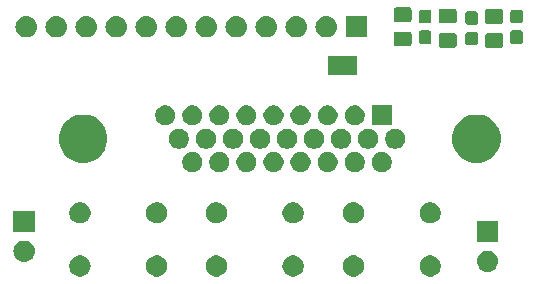
<source format=gts>
G04 #@! TF.GenerationSoftware,KiCad,Pcbnew,(5.1.0-0)*
G04 #@! TF.CreationDate,2019-04-23T20:34:44+03:00*
G04 #@! TF.ProjectId,ovms-swcan-dongle,6f766d73-2d73-4776-9361-6e2d646f6e67,rev?*
G04 #@! TF.SameCoordinates,Original*
G04 #@! TF.FileFunction,Soldermask,Top*
G04 #@! TF.FilePolarity,Negative*
%FSLAX46Y46*%
G04 Gerber Fmt 4.6, Leading zero omitted, Abs format (unit mm)*
G04 Created by KiCad (PCBNEW (5.1.0-0)) date 2019-04-23 20:34:44*
%MOMM*%
%LPD*%
G04 APERTURE LIST*
%ADD10C,0.100000*%
G04 APERTURE END LIST*
D10*
G36*
X49818912Y-34210927D02*
G01*
X49968212Y-34240624D01*
X50132184Y-34308544D01*
X50279754Y-34407147D01*
X50405253Y-34532646D01*
X50503856Y-34680216D01*
X50571776Y-34844188D01*
X50601473Y-34993488D01*
X50606400Y-35018258D01*
X50606400Y-35195742D01*
X50605674Y-35199391D01*
X50571776Y-35369812D01*
X50503856Y-35533784D01*
X50405253Y-35681354D01*
X50279754Y-35806853D01*
X50132184Y-35905456D01*
X49968212Y-35973376D01*
X49818912Y-36003073D01*
X49794142Y-36008000D01*
X49616658Y-36008000D01*
X49591888Y-36003073D01*
X49442588Y-35973376D01*
X49278616Y-35905456D01*
X49131046Y-35806853D01*
X49005547Y-35681354D01*
X48906944Y-35533784D01*
X48839024Y-35369812D01*
X48805126Y-35199391D01*
X48804400Y-35195742D01*
X48804400Y-35018258D01*
X48809327Y-34993488D01*
X48839024Y-34844188D01*
X48906944Y-34680216D01*
X49005547Y-34532646D01*
X49131046Y-34407147D01*
X49278616Y-34308544D01*
X49442588Y-34240624D01*
X49591888Y-34210927D01*
X49616658Y-34206000D01*
X49794142Y-34206000D01*
X49818912Y-34210927D01*
X49818912Y-34210927D01*
G37*
G36*
X43318912Y-34210927D02*
G01*
X43468212Y-34240624D01*
X43632184Y-34308544D01*
X43779754Y-34407147D01*
X43905253Y-34532646D01*
X44003856Y-34680216D01*
X44071776Y-34844188D01*
X44101473Y-34993488D01*
X44106400Y-35018258D01*
X44106400Y-35195742D01*
X44105674Y-35199391D01*
X44071776Y-35369812D01*
X44003856Y-35533784D01*
X43905253Y-35681354D01*
X43779754Y-35806853D01*
X43632184Y-35905456D01*
X43468212Y-35973376D01*
X43318912Y-36003073D01*
X43294142Y-36008000D01*
X43116658Y-36008000D01*
X43091888Y-36003073D01*
X42942588Y-35973376D01*
X42778616Y-35905456D01*
X42631046Y-35806853D01*
X42505547Y-35681354D01*
X42406944Y-35533784D01*
X42339024Y-35369812D01*
X42305126Y-35199391D01*
X42304400Y-35195742D01*
X42304400Y-35018258D01*
X42309327Y-34993488D01*
X42339024Y-34844188D01*
X42406944Y-34680216D01*
X42505547Y-34532646D01*
X42631046Y-34407147D01*
X42778616Y-34308544D01*
X42942588Y-34240624D01*
X43091888Y-34210927D01*
X43116658Y-34206000D01*
X43294142Y-34206000D01*
X43318912Y-34210927D01*
X43318912Y-34210927D01*
G37*
G36*
X38211112Y-34210927D02*
G01*
X38360412Y-34240624D01*
X38524384Y-34308544D01*
X38671954Y-34407147D01*
X38797453Y-34532646D01*
X38896056Y-34680216D01*
X38963976Y-34844188D01*
X38993673Y-34993488D01*
X38998600Y-35018258D01*
X38998600Y-35195742D01*
X38997874Y-35199391D01*
X38963976Y-35369812D01*
X38896056Y-35533784D01*
X38797453Y-35681354D01*
X38671954Y-35806853D01*
X38524384Y-35905456D01*
X38360412Y-35973376D01*
X38211112Y-36003073D01*
X38186342Y-36008000D01*
X38008858Y-36008000D01*
X37984088Y-36003073D01*
X37834788Y-35973376D01*
X37670816Y-35905456D01*
X37523246Y-35806853D01*
X37397747Y-35681354D01*
X37299144Y-35533784D01*
X37231224Y-35369812D01*
X37197326Y-35199391D01*
X37196600Y-35195742D01*
X37196600Y-35018258D01*
X37201527Y-34993488D01*
X37231224Y-34844188D01*
X37299144Y-34680216D01*
X37397747Y-34532646D01*
X37523246Y-34407147D01*
X37670816Y-34308544D01*
X37834788Y-34240624D01*
X37984088Y-34210927D01*
X38008858Y-34206000D01*
X38186342Y-34206000D01*
X38211112Y-34210927D01*
X38211112Y-34210927D01*
G37*
G36*
X31711112Y-34210927D02*
G01*
X31860412Y-34240624D01*
X32024384Y-34308544D01*
X32171954Y-34407147D01*
X32297453Y-34532646D01*
X32396056Y-34680216D01*
X32463976Y-34844188D01*
X32493673Y-34993488D01*
X32498600Y-35018258D01*
X32498600Y-35195742D01*
X32497874Y-35199391D01*
X32463976Y-35369812D01*
X32396056Y-35533784D01*
X32297453Y-35681354D01*
X32171954Y-35806853D01*
X32024384Y-35905456D01*
X31860412Y-35973376D01*
X31711112Y-36003073D01*
X31686342Y-36008000D01*
X31508858Y-36008000D01*
X31484088Y-36003073D01*
X31334788Y-35973376D01*
X31170816Y-35905456D01*
X31023246Y-35806853D01*
X30897747Y-35681354D01*
X30799144Y-35533784D01*
X30731224Y-35369812D01*
X30697326Y-35199391D01*
X30696600Y-35195742D01*
X30696600Y-35018258D01*
X30701527Y-34993488D01*
X30731224Y-34844188D01*
X30799144Y-34680216D01*
X30897747Y-34532646D01*
X31023246Y-34407147D01*
X31170816Y-34308544D01*
X31334788Y-34240624D01*
X31484088Y-34210927D01*
X31508858Y-34206000D01*
X31686342Y-34206000D01*
X31711112Y-34210927D01*
X31711112Y-34210927D01*
G37*
G36*
X26654112Y-34210927D02*
G01*
X26803412Y-34240624D01*
X26967384Y-34308544D01*
X27114954Y-34407147D01*
X27240453Y-34532646D01*
X27339056Y-34680216D01*
X27406976Y-34844188D01*
X27436673Y-34993488D01*
X27441600Y-35018258D01*
X27441600Y-35195742D01*
X27440874Y-35199391D01*
X27406976Y-35369812D01*
X27339056Y-35533784D01*
X27240453Y-35681354D01*
X27114954Y-35806853D01*
X26967384Y-35905456D01*
X26803412Y-35973376D01*
X26654112Y-36003073D01*
X26629342Y-36008000D01*
X26451858Y-36008000D01*
X26427088Y-36003073D01*
X26277788Y-35973376D01*
X26113816Y-35905456D01*
X25966246Y-35806853D01*
X25840747Y-35681354D01*
X25742144Y-35533784D01*
X25674224Y-35369812D01*
X25640326Y-35199391D01*
X25639600Y-35195742D01*
X25639600Y-35018258D01*
X25644527Y-34993488D01*
X25674224Y-34844188D01*
X25742144Y-34680216D01*
X25840747Y-34532646D01*
X25966246Y-34407147D01*
X26113816Y-34308544D01*
X26277788Y-34240624D01*
X26427088Y-34210927D01*
X26451858Y-34206000D01*
X26629342Y-34206000D01*
X26654112Y-34210927D01*
X26654112Y-34210927D01*
G37*
G36*
X20154112Y-34210927D02*
G01*
X20303412Y-34240624D01*
X20467384Y-34308544D01*
X20614954Y-34407147D01*
X20740453Y-34532646D01*
X20839056Y-34680216D01*
X20906976Y-34844188D01*
X20936673Y-34993488D01*
X20941600Y-35018258D01*
X20941600Y-35195742D01*
X20940874Y-35199391D01*
X20906976Y-35369812D01*
X20839056Y-35533784D01*
X20740453Y-35681354D01*
X20614954Y-35806853D01*
X20467384Y-35905456D01*
X20303412Y-35973376D01*
X20154112Y-36003073D01*
X20129342Y-36008000D01*
X19951858Y-36008000D01*
X19927088Y-36003073D01*
X19777788Y-35973376D01*
X19613816Y-35905456D01*
X19466246Y-35806853D01*
X19340747Y-35681354D01*
X19242144Y-35533784D01*
X19174224Y-35369812D01*
X19140326Y-35199391D01*
X19139600Y-35195742D01*
X19139600Y-35018258D01*
X19144527Y-34993488D01*
X19174224Y-34844188D01*
X19242144Y-34680216D01*
X19340747Y-34532646D01*
X19466246Y-34407147D01*
X19613816Y-34308544D01*
X19777788Y-34240624D01*
X19927088Y-34210927D01*
X19951858Y-34206000D01*
X20129342Y-34206000D01*
X20154112Y-34210927D01*
X20154112Y-34210927D01*
G37*
G36*
X54669642Y-33801918D02*
G01*
X54735827Y-33808437D01*
X54905666Y-33859957D01*
X55062191Y-33943622D01*
X55097929Y-33972952D01*
X55199386Y-34056214D01*
X55282648Y-34157671D01*
X55311978Y-34193409D01*
X55395643Y-34349934D01*
X55447163Y-34519773D01*
X55464559Y-34696400D01*
X55447163Y-34873027D01*
X55395643Y-35042866D01*
X55311978Y-35199391D01*
X55282648Y-35235129D01*
X55199386Y-35336586D01*
X55097929Y-35419848D01*
X55062191Y-35449178D01*
X54905666Y-35532843D01*
X54735827Y-35584363D01*
X54669642Y-35590882D01*
X54603460Y-35597400D01*
X54514940Y-35597400D01*
X54448758Y-35590882D01*
X54382573Y-35584363D01*
X54212734Y-35532843D01*
X54056209Y-35449178D01*
X54020471Y-35419848D01*
X53919014Y-35336586D01*
X53835752Y-35235129D01*
X53806422Y-35199391D01*
X53722757Y-35042866D01*
X53671237Y-34873027D01*
X53653841Y-34696400D01*
X53671237Y-34519773D01*
X53722757Y-34349934D01*
X53806422Y-34193409D01*
X53835752Y-34157671D01*
X53919014Y-34056214D01*
X54020471Y-33972952D01*
X54056209Y-33943622D01*
X54212734Y-33859957D01*
X54382573Y-33808437D01*
X54448758Y-33801918D01*
X54514940Y-33795400D01*
X54603460Y-33795400D01*
X54669642Y-33801918D01*
X54669642Y-33801918D01*
G37*
G36*
X15426643Y-32963719D02*
G01*
X15492827Y-32970237D01*
X15662666Y-33021757D01*
X15819191Y-33105422D01*
X15854929Y-33134752D01*
X15956386Y-33218014D01*
X16039648Y-33319471D01*
X16068978Y-33355209D01*
X16152643Y-33511734D01*
X16204163Y-33681573D01*
X16221559Y-33858200D01*
X16204163Y-34034827D01*
X16152643Y-34204666D01*
X16068978Y-34361191D01*
X16039648Y-34396929D01*
X15956386Y-34498386D01*
X15854929Y-34581648D01*
X15819191Y-34610978D01*
X15662666Y-34694643D01*
X15492827Y-34746163D01*
X15426642Y-34752682D01*
X15360460Y-34759200D01*
X15271940Y-34759200D01*
X15205758Y-34752682D01*
X15139573Y-34746163D01*
X14969734Y-34694643D01*
X14813209Y-34610978D01*
X14777471Y-34581648D01*
X14676014Y-34498386D01*
X14592752Y-34396929D01*
X14563422Y-34361191D01*
X14479757Y-34204666D01*
X14428237Y-34034827D01*
X14410841Y-33858200D01*
X14428237Y-33681573D01*
X14479757Y-33511734D01*
X14563422Y-33355209D01*
X14592752Y-33319471D01*
X14676014Y-33218014D01*
X14777471Y-33134752D01*
X14813209Y-33105422D01*
X14969734Y-33021757D01*
X15139573Y-32970237D01*
X15205757Y-32963719D01*
X15271940Y-32957200D01*
X15360460Y-32957200D01*
X15426643Y-32963719D01*
X15426643Y-32963719D01*
G37*
G36*
X55460200Y-33057400D02*
G01*
X53658200Y-33057400D01*
X53658200Y-31255400D01*
X55460200Y-31255400D01*
X55460200Y-33057400D01*
X55460200Y-33057400D01*
G37*
G36*
X16217200Y-32219200D02*
G01*
X14415200Y-32219200D01*
X14415200Y-30417200D01*
X16217200Y-30417200D01*
X16217200Y-32219200D01*
X16217200Y-32219200D01*
G37*
G36*
X31711112Y-29710927D02*
G01*
X31860412Y-29740624D01*
X32024384Y-29808544D01*
X32171954Y-29907147D01*
X32297453Y-30032646D01*
X32396056Y-30180216D01*
X32463976Y-30344188D01*
X32498600Y-30518259D01*
X32498600Y-30695741D01*
X32463976Y-30869812D01*
X32396056Y-31033784D01*
X32297453Y-31181354D01*
X32171954Y-31306853D01*
X32024384Y-31405456D01*
X31860412Y-31473376D01*
X31711112Y-31503073D01*
X31686342Y-31508000D01*
X31508858Y-31508000D01*
X31484088Y-31503073D01*
X31334788Y-31473376D01*
X31170816Y-31405456D01*
X31023246Y-31306853D01*
X30897747Y-31181354D01*
X30799144Y-31033784D01*
X30731224Y-30869812D01*
X30696600Y-30695741D01*
X30696600Y-30518259D01*
X30731224Y-30344188D01*
X30799144Y-30180216D01*
X30897747Y-30032646D01*
X31023246Y-29907147D01*
X31170816Y-29808544D01*
X31334788Y-29740624D01*
X31484088Y-29710927D01*
X31508858Y-29706000D01*
X31686342Y-29706000D01*
X31711112Y-29710927D01*
X31711112Y-29710927D01*
G37*
G36*
X38211112Y-29710927D02*
G01*
X38360412Y-29740624D01*
X38524384Y-29808544D01*
X38671954Y-29907147D01*
X38797453Y-30032646D01*
X38896056Y-30180216D01*
X38963976Y-30344188D01*
X38998600Y-30518259D01*
X38998600Y-30695741D01*
X38963976Y-30869812D01*
X38896056Y-31033784D01*
X38797453Y-31181354D01*
X38671954Y-31306853D01*
X38524384Y-31405456D01*
X38360412Y-31473376D01*
X38211112Y-31503073D01*
X38186342Y-31508000D01*
X38008858Y-31508000D01*
X37984088Y-31503073D01*
X37834788Y-31473376D01*
X37670816Y-31405456D01*
X37523246Y-31306853D01*
X37397747Y-31181354D01*
X37299144Y-31033784D01*
X37231224Y-30869812D01*
X37196600Y-30695741D01*
X37196600Y-30518259D01*
X37231224Y-30344188D01*
X37299144Y-30180216D01*
X37397747Y-30032646D01*
X37523246Y-29907147D01*
X37670816Y-29808544D01*
X37834788Y-29740624D01*
X37984088Y-29710927D01*
X38008858Y-29706000D01*
X38186342Y-29706000D01*
X38211112Y-29710927D01*
X38211112Y-29710927D01*
G37*
G36*
X20154112Y-29710927D02*
G01*
X20303412Y-29740624D01*
X20467384Y-29808544D01*
X20614954Y-29907147D01*
X20740453Y-30032646D01*
X20839056Y-30180216D01*
X20906976Y-30344188D01*
X20941600Y-30518259D01*
X20941600Y-30695741D01*
X20906976Y-30869812D01*
X20839056Y-31033784D01*
X20740453Y-31181354D01*
X20614954Y-31306853D01*
X20467384Y-31405456D01*
X20303412Y-31473376D01*
X20154112Y-31503073D01*
X20129342Y-31508000D01*
X19951858Y-31508000D01*
X19927088Y-31503073D01*
X19777788Y-31473376D01*
X19613816Y-31405456D01*
X19466246Y-31306853D01*
X19340747Y-31181354D01*
X19242144Y-31033784D01*
X19174224Y-30869812D01*
X19139600Y-30695741D01*
X19139600Y-30518259D01*
X19174224Y-30344188D01*
X19242144Y-30180216D01*
X19340747Y-30032646D01*
X19466246Y-29907147D01*
X19613816Y-29808544D01*
X19777788Y-29740624D01*
X19927088Y-29710927D01*
X19951858Y-29706000D01*
X20129342Y-29706000D01*
X20154112Y-29710927D01*
X20154112Y-29710927D01*
G37*
G36*
X26654112Y-29710927D02*
G01*
X26803412Y-29740624D01*
X26967384Y-29808544D01*
X27114954Y-29907147D01*
X27240453Y-30032646D01*
X27339056Y-30180216D01*
X27406976Y-30344188D01*
X27441600Y-30518259D01*
X27441600Y-30695741D01*
X27406976Y-30869812D01*
X27339056Y-31033784D01*
X27240453Y-31181354D01*
X27114954Y-31306853D01*
X26967384Y-31405456D01*
X26803412Y-31473376D01*
X26654112Y-31503073D01*
X26629342Y-31508000D01*
X26451858Y-31508000D01*
X26427088Y-31503073D01*
X26277788Y-31473376D01*
X26113816Y-31405456D01*
X25966246Y-31306853D01*
X25840747Y-31181354D01*
X25742144Y-31033784D01*
X25674224Y-30869812D01*
X25639600Y-30695741D01*
X25639600Y-30518259D01*
X25674224Y-30344188D01*
X25742144Y-30180216D01*
X25840747Y-30032646D01*
X25966246Y-29907147D01*
X26113816Y-29808544D01*
X26277788Y-29740624D01*
X26427088Y-29710927D01*
X26451858Y-29706000D01*
X26629342Y-29706000D01*
X26654112Y-29710927D01*
X26654112Y-29710927D01*
G37*
G36*
X43318912Y-29710927D02*
G01*
X43468212Y-29740624D01*
X43632184Y-29808544D01*
X43779754Y-29907147D01*
X43905253Y-30032646D01*
X44003856Y-30180216D01*
X44071776Y-30344188D01*
X44106400Y-30518259D01*
X44106400Y-30695741D01*
X44071776Y-30869812D01*
X44003856Y-31033784D01*
X43905253Y-31181354D01*
X43779754Y-31306853D01*
X43632184Y-31405456D01*
X43468212Y-31473376D01*
X43318912Y-31503073D01*
X43294142Y-31508000D01*
X43116658Y-31508000D01*
X43091888Y-31503073D01*
X42942588Y-31473376D01*
X42778616Y-31405456D01*
X42631046Y-31306853D01*
X42505547Y-31181354D01*
X42406944Y-31033784D01*
X42339024Y-30869812D01*
X42304400Y-30695741D01*
X42304400Y-30518259D01*
X42339024Y-30344188D01*
X42406944Y-30180216D01*
X42505547Y-30032646D01*
X42631046Y-29907147D01*
X42778616Y-29808544D01*
X42942588Y-29740624D01*
X43091888Y-29710927D01*
X43116658Y-29706000D01*
X43294142Y-29706000D01*
X43318912Y-29710927D01*
X43318912Y-29710927D01*
G37*
G36*
X49818912Y-29710927D02*
G01*
X49968212Y-29740624D01*
X50132184Y-29808544D01*
X50279754Y-29907147D01*
X50405253Y-30032646D01*
X50503856Y-30180216D01*
X50571776Y-30344188D01*
X50606400Y-30518259D01*
X50606400Y-30695741D01*
X50571776Y-30869812D01*
X50503856Y-31033784D01*
X50405253Y-31181354D01*
X50279754Y-31306853D01*
X50132184Y-31405456D01*
X49968212Y-31473376D01*
X49818912Y-31503073D01*
X49794142Y-31508000D01*
X49616658Y-31508000D01*
X49591888Y-31503073D01*
X49442588Y-31473376D01*
X49278616Y-31405456D01*
X49131046Y-31306853D01*
X49005547Y-31181354D01*
X48906944Y-31033784D01*
X48839024Y-30869812D01*
X48804400Y-30695741D01*
X48804400Y-30518259D01*
X48839024Y-30344188D01*
X48906944Y-30180216D01*
X49005547Y-30032646D01*
X49131046Y-29907147D01*
X49278616Y-29808544D01*
X49442588Y-29740624D01*
X49591888Y-29710927D01*
X49616658Y-29706000D01*
X49794142Y-29706000D01*
X49818912Y-29710927D01*
X49818912Y-29710927D01*
G37*
G36*
X45841228Y-25493703D02*
G01*
X45996100Y-25557853D01*
X46135481Y-25650985D01*
X46254015Y-25769519D01*
X46347147Y-25908900D01*
X46411297Y-26063772D01*
X46444000Y-26228184D01*
X46444000Y-26395816D01*
X46411297Y-26560228D01*
X46347147Y-26715100D01*
X46254015Y-26854481D01*
X46135481Y-26973015D01*
X45996100Y-27066147D01*
X45841228Y-27130297D01*
X45676816Y-27163000D01*
X45509184Y-27163000D01*
X45344772Y-27130297D01*
X45189900Y-27066147D01*
X45050519Y-26973015D01*
X44931985Y-26854481D01*
X44838853Y-26715100D01*
X44774703Y-26560228D01*
X44742000Y-26395816D01*
X44742000Y-26228184D01*
X44774703Y-26063772D01*
X44838853Y-25908900D01*
X44931985Y-25769519D01*
X45050519Y-25650985D01*
X45189900Y-25557853D01*
X45344772Y-25493703D01*
X45509184Y-25461000D01*
X45676816Y-25461000D01*
X45841228Y-25493703D01*
X45841228Y-25493703D01*
G37*
G36*
X29811228Y-25493703D02*
G01*
X29966100Y-25557853D01*
X30105481Y-25650985D01*
X30224015Y-25769519D01*
X30317147Y-25908900D01*
X30381297Y-26063772D01*
X30414000Y-26228184D01*
X30414000Y-26395816D01*
X30381297Y-26560228D01*
X30317147Y-26715100D01*
X30224015Y-26854481D01*
X30105481Y-26973015D01*
X29966100Y-27066147D01*
X29811228Y-27130297D01*
X29646816Y-27163000D01*
X29479184Y-27163000D01*
X29314772Y-27130297D01*
X29159900Y-27066147D01*
X29020519Y-26973015D01*
X28901985Y-26854481D01*
X28808853Y-26715100D01*
X28744703Y-26560228D01*
X28712000Y-26395816D01*
X28712000Y-26228184D01*
X28744703Y-26063772D01*
X28808853Y-25908900D01*
X28901985Y-25769519D01*
X29020519Y-25650985D01*
X29159900Y-25557853D01*
X29314772Y-25493703D01*
X29479184Y-25461000D01*
X29646816Y-25461000D01*
X29811228Y-25493703D01*
X29811228Y-25493703D01*
G37*
G36*
X32101228Y-25493703D02*
G01*
X32256100Y-25557853D01*
X32395481Y-25650985D01*
X32514015Y-25769519D01*
X32607147Y-25908900D01*
X32671297Y-26063772D01*
X32704000Y-26228184D01*
X32704000Y-26395816D01*
X32671297Y-26560228D01*
X32607147Y-26715100D01*
X32514015Y-26854481D01*
X32395481Y-26973015D01*
X32256100Y-27066147D01*
X32101228Y-27130297D01*
X31936816Y-27163000D01*
X31769184Y-27163000D01*
X31604772Y-27130297D01*
X31449900Y-27066147D01*
X31310519Y-26973015D01*
X31191985Y-26854481D01*
X31098853Y-26715100D01*
X31034703Y-26560228D01*
X31002000Y-26395816D01*
X31002000Y-26228184D01*
X31034703Y-26063772D01*
X31098853Y-25908900D01*
X31191985Y-25769519D01*
X31310519Y-25650985D01*
X31449900Y-25557853D01*
X31604772Y-25493703D01*
X31769184Y-25461000D01*
X31936816Y-25461000D01*
X32101228Y-25493703D01*
X32101228Y-25493703D01*
G37*
G36*
X34391228Y-25493703D02*
G01*
X34546100Y-25557853D01*
X34685481Y-25650985D01*
X34804015Y-25769519D01*
X34897147Y-25908900D01*
X34961297Y-26063772D01*
X34994000Y-26228184D01*
X34994000Y-26395816D01*
X34961297Y-26560228D01*
X34897147Y-26715100D01*
X34804015Y-26854481D01*
X34685481Y-26973015D01*
X34546100Y-27066147D01*
X34391228Y-27130297D01*
X34226816Y-27163000D01*
X34059184Y-27163000D01*
X33894772Y-27130297D01*
X33739900Y-27066147D01*
X33600519Y-26973015D01*
X33481985Y-26854481D01*
X33388853Y-26715100D01*
X33324703Y-26560228D01*
X33292000Y-26395816D01*
X33292000Y-26228184D01*
X33324703Y-26063772D01*
X33388853Y-25908900D01*
X33481985Y-25769519D01*
X33600519Y-25650985D01*
X33739900Y-25557853D01*
X33894772Y-25493703D01*
X34059184Y-25461000D01*
X34226816Y-25461000D01*
X34391228Y-25493703D01*
X34391228Y-25493703D01*
G37*
G36*
X36681228Y-25493703D02*
G01*
X36836100Y-25557853D01*
X36975481Y-25650985D01*
X37094015Y-25769519D01*
X37187147Y-25908900D01*
X37251297Y-26063772D01*
X37284000Y-26228184D01*
X37284000Y-26395816D01*
X37251297Y-26560228D01*
X37187147Y-26715100D01*
X37094015Y-26854481D01*
X36975481Y-26973015D01*
X36836100Y-27066147D01*
X36681228Y-27130297D01*
X36516816Y-27163000D01*
X36349184Y-27163000D01*
X36184772Y-27130297D01*
X36029900Y-27066147D01*
X35890519Y-26973015D01*
X35771985Y-26854481D01*
X35678853Y-26715100D01*
X35614703Y-26560228D01*
X35582000Y-26395816D01*
X35582000Y-26228184D01*
X35614703Y-26063772D01*
X35678853Y-25908900D01*
X35771985Y-25769519D01*
X35890519Y-25650985D01*
X36029900Y-25557853D01*
X36184772Y-25493703D01*
X36349184Y-25461000D01*
X36516816Y-25461000D01*
X36681228Y-25493703D01*
X36681228Y-25493703D01*
G37*
G36*
X38971228Y-25493703D02*
G01*
X39126100Y-25557853D01*
X39265481Y-25650985D01*
X39384015Y-25769519D01*
X39477147Y-25908900D01*
X39541297Y-26063772D01*
X39574000Y-26228184D01*
X39574000Y-26395816D01*
X39541297Y-26560228D01*
X39477147Y-26715100D01*
X39384015Y-26854481D01*
X39265481Y-26973015D01*
X39126100Y-27066147D01*
X38971228Y-27130297D01*
X38806816Y-27163000D01*
X38639184Y-27163000D01*
X38474772Y-27130297D01*
X38319900Y-27066147D01*
X38180519Y-26973015D01*
X38061985Y-26854481D01*
X37968853Y-26715100D01*
X37904703Y-26560228D01*
X37872000Y-26395816D01*
X37872000Y-26228184D01*
X37904703Y-26063772D01*
X37968853Y-25908900D01*
X38061985Y-25769519D01*
X38180519Y-25650985D01*
X38319900Y-25557853D01*
X38474772Y-25493703D01*
X38639184Y-25461000D01*
X38806816Y-25461000D01*
X38971228Y-25493703D01*
X38971228Y-25493703D01*
G37*
G36*
X41261228Y-25493703D02*
G01*
X41416100Y-25557853D01*
X41555481Y-25650985D01*
X41674015Y-25769519D01*
X41767147Y-25908900D01*
X41831297Y-26063772D01*
X41864000Y-26228184D01*
X41864000Y-26395816D01*
X41831297Y-26560228D01*
X41767147Y-26715100D01*
X41674015Y-26854481D01*
X41555481Y-26973015D01*
X41416100Y-27066147D01*
X41261228Y-27130297D01*
X41096816Y-27163000D01*
X40929184Y-27163000D01*
X40764772Y-27130297D01*
X40609900Y-27066147D01*
X40470519Y-26973015D01*
X40351985Y-26854481D01*
X40258853Y-26715100D01*
X40194703Y-26560228D01*
X40162000Y-26395816D01*
X40162000Y-26228184D01*
X40194703Y-26063772D01*
X40258853Y-25908900D01*
X40351985Y-25769519D01*
X40470519Y-25650985D01*
X40609900Y-25557853D01*
X40764772Y-25493703D01*
X40929184Y-25461000D01*
X41096816Y-25461000D01*
X41261228Y-25493703D01*
X41261228Y-25493703D01*
G37*
G36*
X43551228Y-25493703D02*
G01*
X43706100Y-25557853D01*
X43845481Y-25650985D01*
X43964015Y-25769519D01*
X44057147Y-25908900D01*
X44121297Y-26063772D01*
X44154000Y-26228184D01*
X44154000Y-26395816D01*
X44121297Y-26560228D01*
X44057147Y-26715100D01*
X43964015Y-26854481D01*
X43845481Y-26973015D01*
X43706100Y-27066147D01*
X43551228Y-27130297D01*
X43386816Y-27163000D01*
X43219184Y-27163000D01*
X43054772Y-27130297D01*
X42899900Y-27066147D01*
X42760519Y-26973015D01*
X42641985Y-26854481D01*
X42548853Y-26715100D01*
X42484703Y-26560228D01*
X42452000Y-26395816D01*
X42452000Y-26228184D01*
X42484703Y-26063772D01*
X42548853Y-25908900D01*
X42641985Y-25769519D01*
X42760519Y-25650985D01*
X42899900Y-25557853D01*
X43054772Y-25493703D01*
X43219184Y-25461000D01*
X43386816Y-25461000D01*
X43551228Y-25493703D01*
X43551228Y-25493703D01*
G37*
G36*
X54216254Y-22359818D02*
G01*
X54589511Y-22514426D01*
X54589513Y-22514427D01*
X54925436Y-22738884D01*
X55211116Y-23024564D01*
X55308491Y-23170295D01*
X55435574Y-23360489D01*
X55590182Y-23733746D01*
X55669000Y-24129993D01*
X55669000Y-24534007D01*
X55590182Y-24930254D01*
X55499038Y-25150295D01*
X55435573Y-25303513D01*
X55211116Y-25639436D01*
X54925436Y-25925116D01*
X54589513Y-26149573D01*
X54589512Y-26149574D01*
X54589511Y-26149574D01*
X54216254Y-26304182D01*
X53820007Y-26383000D01*
X53415993Y-26383000D01*
X53019746Y-26304182D01*
X52646489Y-26149574D01*
X52646488Y-26149574D01*
X52646487Y-26149573D01*
X52310564Y-25925116D01*
X52024884Y-25639436D01*
X51800427Y-25303513D01*
X51736962Y-25150295D01*
X51645818Y-24930254D01*
X51567000Y-24534007D01*
X51567000Y-24129993D01*
X51645818Y-23733746D01*
X51800426Y-23360489D01*
X51927510Y-23170295D01*
X52024884Y-23024564D01*
X52310564Y-22738884D01*
X52646487Y-22514427D01*
X52646489Y-22514426D01*
X53019746Y-22359818D01*
X53415993Y-22281000D01*
X53820007Y-22281000D01*
X54216254Y-22359818D01*
X54216254Y-22359818D01*
G37*
G36*
X20916254Y-22359818D02*
G01*
X21289511Y-22514426D01*
X21289513Y-22514427D01*
X21625436Y-22738884D01*
X21911116Y-23024564D01*
X22008491Y-23170295D01*
X22135574Y-23360489D01*
X22290182Y-23733746D01*
X22369000Y-24129993D01*
X22369000Y-24534007D01*
X22290182Y-24930254D01*
X22199038Y-25150295D01*
X22135573Y-25303513D01*
X21911116Y-25639436D01*
X21625436Y-25925116D01*
X21289513Y-26149573D01*
X21289512Y-26149574D01*
X21289511Y-26149574D01*
X20916254Y-26304182D01*
X20520007Y-26383000D01*
X20115993Y-26383000D01*
X19719746Y-26304182D01*
X19346489Y-26149574D01*
X19346488Y-26149574D01*
X19346487Y-26149573D01*
X19010564Y-25925116D01*
X18724884Y-25639436D01*
X18500427Y-25303513D01*
X18436962Y-25150295D01*
X18345818Y-24930254D01*
X18267000Y-24534007D01*
X18267000Y-24129993D01*
X18345818Y-23733746D01*
X18500426Y-23360489D01*
X18627510Y-23170295D01*
X18724884Y-23024564D01*
X19010564Y-22738884D01*
X19346487Y-22514427D01*
X19346489Y-22514426D01*
X19719746Y-22359818D01*
X20115993Y-22281000D01*
X20520007Y-22281000D01*
X20916254Y-22359818D01*
X20916254Y-22359818D01*
G37*
G36*
X46986228Y-23513703D02*
G01*
X47141100Y-23577853D01*
X47280481Y-23670985D01*
X47399015Y-23789519D01*
X47492147Y-23928900D01*
X47556297Y-24083772D01*
X47589000Y-24248184D01*
X47589000Y-24415816D01*
X47556297Y-24580228D01*
X47492147Y-24735100D01*
X47399015Y-24874481D01*
X47280481Y-24993015D01*
X47141100Y-25086147D01*
X46986228Y-25150297D01*
X46821816Y-25183000D01*
X46654184Y-25183000D01*
X46489772Y-25150297D01*
X46334900Y-25086147D01*
X46195519Y-24993015D01*
X46076985Y-24874481D01*
X45983853Y-24735100D01*
X45919703Y-24580228D01*
X45887000Y-24415816D01*
X45887000Y-24248184D01*
X45919703Y-24083772D01*
X45983853Y-23928900D01*
X46076985Y-23789519D01*
X46195519Y-23670985D01*
X46334900Y-23577853D01*
X46489772Y-23513703D01*
X46654184Y-23481000D01*
X46821816Y-23481000D01*
X46986228Y-23513703D01*
X46986228Y-23513703D01*
G37*
G36*
X44696228Y-23513703D02*
G01*
X44851100Y-23577853D01*
X44990481Y-23670985D01*
X45109015Y-23789519D01*
X45202147Y-23928900D01*
X45266297Y-24083772D01*
X45299000Y-24248184D01*
X45299000Y-24415816D01*
X45266297Y-24580228D01*
X45202147Y-24735100D01*
X45109015Y-24874481D01*
X44990481Y-24993015D01*
X44851100Y-25086147D01*
X44696228Y-25150297D01*
X44531816Y-25183000D01*
X44364184Y-25183000D01*
X44199772Y-25150297D01*
X44044900Y-25086147D01*
X43905519Y-24993015D01*
X43786985Y-24874481D01*
X43693853Y-24735100D01*
X43629703Y-24580228D01*
X43597000Y-24415816D01*
X43597000Y-24248184D01*
X43629703Y-24083772D01*
X43693853Y-23928900D01*
X43786985Y-23789519D01*
X43905519Y-23670985D01*
X44044900Y-23577853D01*
X44199772Y-23513703D01*
X44364184Y-23481000D01*
X44531816Y-23481000D01*
X44696228Y-23513703D01*
X44696228Y-23513703D01*
G37*
G36*
X42406228Y-23513703D02*
G01*
X42561100Y-23577853D01*
X42700481Y-23670985D01*
X42819015Y-23789519D01*
X42912147Y-23928900D01*
X42976297Y-24083772D01*
X43009000Y-24248184D01*
X43009000Y-24415816D01*
X42976297Y-24580228D01*
X42912147Y-24735100D01*
X42819015Y-24874481D01*
X42700481Y-24993015D01*
X42561100Y-25086147D01*
X42406228Y-25150297D01*
X42241816Y-25183000D01*
X42074184Y-25183000D01*
X41909772Y-25150297D01*
X41754900Y-25086147D01*
X41615519Y-24993015D01*
X41496985Y-24874481D01*
X41403853Y-24735100D01*
X41339703Y-24580228D01*
X41307000Y-24415816D01*
X41307000Y-24248184D01*
X41339703Y-24083772D01*
X41403853Y-23928900D01*
X41496985Y-23789519D01*
X41615519Y-23670985D01*
X41754900Y-23577853D01*
X41909772Y-23513703D01*
X42074184Y-23481000D01*
X42241816Y-23481000D01*
X42406228Y-23513703D01*
X42406228Y-23513703D01*
G37*
G36*
X40116228Y-23513703D02*
G01*
X40271100Y-23577853D01*
X40410481Y-23670985D01*
X40529015Y-23789519D01*
X40622147Y-23928900D01*
X40686297Y-24083772D01*
X40719000Y-24248184D01*
X40719000Y-24415816D01*
X40686297Y-24580228D01*
X40622147Y-24735100D01*
X40529015Y-24874481D01*
X40410481Y-24993015D01*
X40271100Y-25086147D01*
X40116228Y-25150297D01*
X39951816Y-25183000D01*
X39784184Y-25183000D01*
X39619772Y-25150297D01*
X39464900Y-25086147D01*
X39325519Y-24993015D01*
X39206985Y-24874481D01*
X39113853Y-24735100D01*
X39049703Y-24580228D01*
X39017000Y-24415816D01*
X39017000Y-24248184D01*
X39049703Y-24083772D01*
X39113853Y-23928900D01*
X39206985Y-23789519D01*
X39325519Y-23670985D01*
X39464900Y-23577853D01*
X39619772Y-23513703D01*
X39784184Y-23481000D01*
X39951816Y-23481000D01*
X40116228Y-23513703D01*
X40116228Y-23513703D01*
G37*
G36*
X37826228Y-23513703D02*
G01*
X37981100Y-23577853D01*
X38120481Y-23670985D01*
X38239015Y-23789519D01*
X38332147Y-23928900D01*
X38396297Y-24083772D01*
X38429000Y-24248184D01*
X38429000Y-24415816D01*
X38396297Y-24580228D01*
X38332147Y-24735100D01*
X38239015Y-24874481D01*
X38120481Y-24993015D01*
X37981100Y-25086147D01*
X37826228Y-25150297D01*
X37661816Y-25183000D01*
X37494184Y-25183000D01*
X37329772Y-25150297D01*
X37174900Y-25086147D01*
X37035519Y-24993015D01*
X36916985Y-24874481D01*
X36823853Y-24735100D01*
X36759703Y-24580228D01*
X36727000Y-24415816D01*
X36727000Y-24248184D01*
X36759703Y-24083772D01*
X36823853Y-23928900D01*
X36916985Y-23789519D01*
X37035519Y-23670985D01*
X37174900Y-23577853D01*
X37329772Y-23513703D01*
X37494184Y-23481000D01*
X37661816Y-23481000D01*
X37826228Y-23513703D01*
X37826228Y-23513703D01*
G37*
G36*
X35536228Y-23513703D02*
G01*
X35691100Y-23577853D01*
X35830481Y-23670985D01*
X35949015Y-23789519D01*
X36042147Y-23928900D01*
X36106297Y-24083772D01*
X36139000Y-24248184D01*
X36139000Y-24415816D01*
X36106297Y-24580228D01*
X36042147Y-24735100D01*
X35949015Y-24874481D01*
X35830481Y-24993015D01*
X35691100Y-25086147D01*
X35536228Y-25150297D01*
X35371816Y-25183000D01*
X35204184Y-25183000D01*
X35039772Y-25150297D01*
X34884900Y-25086147D01*
X34745519Y-24993015D01*
X34626985Y-24874481D01*
X34533853Y-24735100D01*
X34469703Y-24580228D01*
X34437000Y-24415816D01*
X34437000Y-24248184D01*
X34469703Y-24083772D01*
X34533853Y-23928900D01*
X34626985Y-23789519D01*
X34745519Y-23670985D01*
X34884900Y-23577853D01*
X35039772Y-23513703D01*
X35204184Y-23481000D01*
X35371816Y-23481000D01*
X35536228Y-23513703D01*
X35536228Y-23513703D01*
G37*
G36*
X33246228Y-23513703D02*
G01*
X33401100Y-23577853D01*
X33540481Y-23670985D01*
X33659015Y-23789519D01*
X33752147Y-23928900D01*
X33816297Y-24083772D01*
X33849000Y-24248184D01*
X33849000Y-24415816D01*
X33816297Y-24580228D01*
X33752147Y-24735100D01*
X33659015Y-24874481D01*
X33540481Y-24993015D01*
X33401100Y-25086147D01*
X33246228Y-25150297D01*
X33081816Y-25183000D01*
X32914184Y-25183000D01*
X32749772Y-25150297D01*
X32594900Y-25086147D01*
X32455519Y-24993015D01*
X32336985Y-24874481D01*
X32243853Y-24735100D01*
X32179703Y-24580228D01*
X32147000Y-24415816D01*
X32147000Y-24248184D01*
X32179703Y-24083772D01*
X32243853Y-23928900D01*
X32336985Y-23789519D01*
X32455519Y-23670985D01*
X32594900Y-23577853D01*
X32749772Y-23513703D01*
X32914184Y-23481000D01*
X33081816Y-23481000D01*
X33246228Y-23513703D01*
X33246228Y-23513703D01*
G37*
G36*
X30956228Y-23513703D02*
G01*
X31111100Y-23577853D01*
X31250481Y-23670985D01*
X31369015Y-23789519D01*
X31462147Y-23928900D01*
X31526297Y-24083772D01*
X31559000Y-24248184D01*
X31559000Y-24415816D01*
X31526297Y-24580228D01*
X31462147Y-24735100D01*
X31369015Y-24874481D01*
X31250481Y-24993015D01*
X31111100Y-25086147D01*
X30956228Y-25150297D01*
X30791816Y-25183000D01*
X30624184Y-25183000D01*
X30459772Y-25150297D01*
X30304900Y-25086147D01*
X30165519Y-24993015D01*
X30046985Y-24874481D01*
X29953853Y-24735100D01*
X29889703Y-24580228D01*
X29857000Y-24415816D01*
X29857000Y-24248184D01*
X29889703Y-24083772D01*
X29953853Y-23928900D01*
X30046985Y-23789519D01*
X30165519Y-23670985D01*
X30304900Y-23577853D01*
X30459772Y-23513703D01*
X30624184Y-23481000D01*
X30791816Y-23481000D01*
X30956228Y-23513703D01*
X30956228Y-23513703D01*
G37*
G36*
X28666228Y-23513703D02*
G01*
X28821100Y-23577853D01*
X28960481Y-23670985D01*
X29079015Y-23789519D01*
X29172147Y-23928900D01*
X29236297Y-24083772D01*
X29269000Y-24248184D01*
X29269000Y-24415816D01*
X29236297Y-24580228D01*
X29172147Y-24735100D01*
X29079015Y-24874481D01*
X28960481Y-24993015D01*
X28821100Y-25086147D01*
X28666228Y-25150297D01*
X28501816Y-25183000D01*
X28334184Y-25183000D01*
X28169772Y-25150297D01*
X28014900Y-25086147D01*
X27875519Y-24993015D01*
X27756985Y-24874481D01*
X27663853Y-24735100D01*
X27599703Y-24580228D01*
X27567000Y-24415816D01*
X27567000Y-24248184D01*
X27599703Y-24083772D01*
X27663853Y-23928900D01*
X27756985Y-23789519D01*
X27875519Y-23670985D01*
X28014900Y-23577853D01*
X28169772Y-23513703D01*
X28334184Y-23481000D01*
X28501816Y-23481000D01*
X28666228Y-23513703D01*
X28666228Y-23513703D01*
G37*
G36*
X27521228Y-21533703D02*
G01*
X27676100Y-21597853D01*
X27815481Y-21690985D01*
X27934015Y-21809519D01*
X28027147Y-21948900D01*
X28091297Y-22103772D01*
X28124000Y-22268184D01*
X28124000Y-22435816D01*
X28091297Y-22600228D01*
X28027147Y-22755100D01*
X27934015Y-22894481D01*
X27815481Y-23013015D01*
X27676100Y-23106147D01*
X27521228Y-23170297D01*
X27356816Y-23203000D01*
X27189184Y-23203000D01*
X27024772Y-23170297D01*
X26869900Y-23106147D01*
X26730519Y-23013015D01*
X26611985Y-22894481D01*
X26518853Y-22755100D01*
X26454703Y-22600228D01*
X26422000Y-22435816D01*
X26422000Y-22268184D01*
X26454703Y-22103772D01*
X26518853Y-21948900D01*
X26611985Y-21809519D01*
X26730519Y-21690985D01*
X26869900Y-21597853D01*
X27024772Y-21533703D01*
X27189184Y-21501000D01*
X27356816Y-21501000D01*
X27521228Y-21533703D01*
X27521228Y-21533703D01*
G37*
G36*
X29811228Y-21533703D02*
G01*
X29966100Y-21597853D01*
X30105481Y-21690985D01*
X30224015Y-21809519D01*
X30317147Y-21948900D01*
X30381297Y-22103772D01*
X30414000Y-22268184D01*
X30414000Y-22435816D01*
X30381297Y-22600228D01*
X30317147Y-22755100D01*
X30224015Y-22894481D01*
X30105481Y-23013015D01*
X29966100Y-23106147D01*
X29811228Y-23170297D01*
X29646816Y-23203000D01*
X29479184Y-23203000D01*
X29314772Y-23170297D01*
X29159900Y-23106147D01*
X29020519Y-23013015D01*
X28901985Y-22894481D01*
X28808853Y-22755100D01*
X28744703Y-22600228D01*
X28712000Y-22435816D01*
X28712000Y-22268184D01*
X28744703Y-22103772D01*
X28808853Y-21948900D01*
X28901985Y-21809519D01*
X29020519Y-21690985D01*
X29159900Y-21597853D01*
X29314772Y-21533703D01*
X29479184Y-21501000D01*
X29646816Y-21501000D01*
X29811228Y-21533703D01*
X29811228Y-21533703D01*
G37*
G36*
X32101228Y-21533703D02*
G01*
X32256100Y-21597853D01*
X32395481Y-21690985D01*
X32514015Y-21809519D01*
X32607147Y-21948900D01*
X32671297Y-22103772D01*
X32704000Y-22268184D01*
X32704000Y-22435816D01*
X32671297Y-22600228D01*
X32607147Y-22755100D01*
X32514015Y-22894481D01*
X32395481Y-23013015D01*
X32256100Y-23106147D01*
X32101228Y-23170297D01*
X31936816Y-23203000D01*
X31769184Y-23203000D01*
X31604772Y-23170297D01*
X31449900Y-23106147D01*
X31310519Y-23013015D01*
X31191985Y-22894481D01*
X31098853Y-22755100D01*
X31034703Y-22600228D01*
X31002000Y-22435816D01*
X31002000Y-22268184D01*
X31034703Y-22103772D01*
X31098853Y-21948900D01*
X31191985Y-21809519D01*
X31310519Y-21690985D01*
X31449900Y-21597853D01*
X31604772Y-21533703D01*
X31769184Y-21501000D01*
X31936816Y-21501000D01*
X32101228Y-21533703D01*
X32101228Y-21533703D01*
G37*
G36*
X34391228Y-21533703D02*
G01*
X34546100Y-21597853D01*
X34685481Y-21690985D01*
X34804015Y-21809519D01*
X34897147Y-21948900D01*
X34961297Y-22103772D01*
X34994000Y-22268184D01*
X34994000Y-22435816D01*
X34961297Y-22600228D01*
X34897147Y-22755100D01*
X34804015Y-22894481D01*
X34685481Y-23013015D01*
X34546100Y-23106147D01*
X34391228Y-23170297D01*
X34226816Y-23203000D01*
X34059184Y-23203000D01*
X33894772Y-23170297D01*
X33739900Y-23106147D01*
X33600519Y-23013015D01*
X33481985Y-22894481D01*
X33388853Y-22755100D01*
X33324703Y-22600228D01*
X33292000Y-22435816D01*
X33292000Y-22268184D01*
X33324703Y-22103772D01*
X33388853Y-21948900D01*
X33481985Y-21809519D01*
X33600519Y-21690985D01*
X33739900Y-21597853D01*
X33894772Y-21533703D01*
X34059184Y-21501000D01*
X34226816Y-21501000D01*
X34391228Y-21533703D01*
X34391228Y-21533703D01*
G37*
G36*
X36681228Y-21533703D02*
G01*
X36836100Y-21597853D01*
X36975481Y-21690985D01*
X37094015Y-21809519D01*
X37187147Y-21948900D01*
X37251297Y-22103772D01*
X37284000Y-22268184D01*
X37284000Y-22435816D01*
X37251297Y-22600228D01*
X37187147Y-22755100D01*
X37094015Y-22894481D01*
X36975481Y-23013015D01*
X36836100Y-23106147D01*
X36681228Y-23170297D01*
X36516816Y-23203000D01*
X36349184Y-23203000D01*
X36184772Y-23170297D01*
X36029900Y-23106147D01*
X35890519Y-23013015D01*
X35771985Y-22894481D01*
X35678853Y-22755100D01*
X35614703Y-22600228D01*
X35582000Y-22435816D01*
X35582000Y-22268184D01*
X35614703Y-22103772D01*
X35678853Y-21948900D01*
X35771985Y-21809519D01*
X35890519Y-21690985D01*
X36029900Y-21597853D01*
X36184772Y-21533703D01*
X36349184Y-21501000D01*
X36516816Y-21501000D01*
X36681228Y-21533703D01*
X36681228Y-21533703D01*
G37*
G36*
X38971228Y-21533703D02*
G01*
X39126100Y-21597853D01*
X39265481Y-21690985D01*
X39384015Y-21809519D01*
X39477147Y-21948900D01*
X39541297Y-22103772D01*
X39574000Y-22268184D01*
X39574000Y-22435816D01*
X39541297Y-22600228D01*
X39477147Y-22755100D01*
X39384015Y-22894481D01*
X39265481Y-23013015D01*
X39126100Y-23106147D01*
X38971228Y-23170297D01*
X38806816Y-23203000D01*
X38639184Y-23203000D01*
X38474772Y-23170297D01*
X38319900Y-23106147D01*
X38180519Y-23013015D01*
X38061985Y-22894481D01*
X37968853Y-22755100D01*
X37904703Y-22600228D01*
X37872000Y-22435816D01*
X37872000Y-22268184D01*
X37904703Y-22103772D01*
X37968853Y-21948900D01*
X38061985Y-21809519D01*
X38180519Y-21690985D01*
X38319900Y-21597853D01*
X38474772Y-21533703D01*
X38639184Y-21501000D01*
X38806816Y-21501000D01*
X38971228Y-21533703D01*
X38971228Y-21533703D01*
G37*
G36*
X41261228Y-21533703D02*
G01*
X41416100Y-21597853D01*
X41555481Y-21690985D01*
X41674015Y-21809519D01*
X41767147Y-21948900D01*
X41831297Y-22103772D01*
X41864000Y-22268184D01*
X41864000Y-22435816D01*
X41831297Y-22600228D01*
X41767147Y-22755100D01*
X41674015Y-22894481D01*
X41555481Y-23013015D01*
X41416100Y-23106147D01*
X41261228Y-23170297D01*
X41096816Y-23203000D01*
X40929184Y-23203000D01*
X40764772Y-23170297D01*
X40609900Y-23106147D01*
X40470519Y-23013015D01*
X40351985Y-22894481D01*
X40258853Y-22755100D01*
X40194703Y-22600228D01*
X40162000Y-22435816D01*
X40162000Y-22268184D01*
X40194703Y-22103772D01*
X40258853Y-21948900D01*
X40351985Y-21809519D01*
X40470519Y-21690985D01*
X40609900Y-21597853D01*
X40764772Y-21533703D01*
X40929184Y-21501000D01*
X41096816Y-21501000D01*
X41261228Y-21533703D01*
X41261228Y-21533703D01*
G37*
G36*
X43551228Y-21533703D02*
G01*
X43706100Y-21597853D01*
X43845481Y-21690985D01*
X43964015Y-21809519D01*
X44057147Y-21948900D01*
X44121297Y-22103772D01*
X44154000Y-22268184D01*
X44154000Y-22435816D01*
X44121297Y-22600228D01*
X44057147Y-22755100D01*
X43964015Y-22894481D01*
X43845481Y-23013015D01*
X43706100Y-23106147D01*
X43551228Y-23170297D01*
X43386816Y-23203000D01*
X43219184Y-23203000D01*
X43054772Y-23170297D01*
X42899900Y-23106147D01*
X42760519Y-23013015D01*
X42641985Y-22894481D01*
X42548853Y-22755100D01*
X42484703Y-22600228D01*
X42452000Y-22435816D01*
X42452000Y-22268184D01*
X42484703Y-22103772D01*
X42548853Y-21948900D01*
X42641985Y-21809519D01*
X42760519Y-21690985D01*
X42899900Y-21597853D01*
X43054772Y-21533703D01*
X43219184Y-21501000D01*
X43386816Y-21501000D01*
X43551228Y-21533703D01*
X43551228Y-21533703D01*
G37*
G36*
X46444000Y-23203000D02*
G01*
X44742000Y-23203000D01*
X44742000Y-21501000D01*
X46444000Y-21501000D01*
X46444000Y-23203000D01*
X46444000Y-23203000D01*
G37*
G36*
X43492000Y-18962000D02*
G01*
X41090000Y-18962000D01*
X41090000Y-17360000D01*
X43492000Y-17360000D01*
X43492000Y-18962000D01*
X43492000Y-18962000D01*
G37*
G36*
X55706674Y-15398465D02*
G01*
X55744367Y-15409899D01*
X55779103Y-15428466D01*
X55809548Y-15453452D01*
X55834534Y-15483897D01*
X55853101Y-15518633D01*
X55864535Y-15556326D01*
X55869000Y-15601661D01*
X55869000Y-16438339D01*
X55864535Y-16483674D01*
X55853101Y-16521367D01*
X55834534Y-16556103D01*
X55809548Y-16586548D01*
X55779103Y-16611534D01*
X55744367Y-16630101D01*
X55706674Y-16641535D01*
X55661339Y-16646000D01*
X54574661Y-16646000D01*
X54529326Y-16641535D01*
X54491633Y-16630101D01*
X54456897Y-16611534D01*
X54426452Y-16586548D01*
X54401466Y-16556103D01*
X54382899Y-16521367D01*
X54371465Y-16483674D01*
X54367000Y-16438339D01*
X54367000Y-15601661D01*
X54371465Y-15556326D01*
X54382899Y-15518633D01*
X54401466Y-15483897D01*
X54426452Y-15453452D01*
X54456897Y-15428466D01*
X54491633Y-15409899D01*
X54529326Y-15398465D01*
X54574661Y-15394000D01*
X55661339Y-15394000D01*
X55706674Y-15398465D01*
X55706674Y-15398465D01*
G37*
G36*
X51769674Y-15373065D02*
G01*
X51807367Y-15384499D01*
X51842103Y-15403066D01*
X51872548Y-15428052D01*
X51897534Y-15458497D01*
X51916101Y-15493233D01*
X51927535Y-15530926D01*
X51932000Y-15576261D01*
X51932000Y-16412939D01*
X51927535Y-16458274D01*
X51916101Y-16495967D01*
X51897534Y-16530703D01*
X51872548Y-16561148D01*
X51842103Y-16586134D01*
X51807367Y-16604701D01*
X51769674Y-16616135D01*
X51724339Y-16620600D01*
X50637661Y-16620600D01*
X50592326Y-16616135D01*
X50554633Y-16604701D01*
X50519897Y-16586134D01*
X50489452Y-16561148D01*
X50464466Y-16530703D01*
X50445899Y-16495967D01*
X50434465Y-16458274D01*
X50430000Y-16412939D01*
X50430000Y-15576261D01*
X50434465Y-15530926D01*
X50445899Y-15493233D01*
X50464466Y-15458497D01*
X50489452Y-15428052D01*
X50519897Y-15403066D01*
X50554633Y-15384499D01*
X50592326Y-15373065D01*
X50637661Y-15368600D01*
X51724339Y-15368600D01*
X51769674Y-15373065D01*
X51769674Y-15373065D01*
G37*
G36*
X47959674Y-15262465D02*
G01*
X47997367Y-15273899D01*
X48032103Y-15292466D01*
X48062548Y-15317452D01*
X48087534Y-15347897D01*
X48106101Y-15382633D01*
X48117535Y-15420326D01*
X48122000Y-15465661D01*
X48122000Y-16302339D01*
X48117535Y-16347674D01*
X48106101Y-16385367D01*
X48087534Y-16420103D01*
X48062548Y-16450548D01*
X48032103Y-16475534D01*
X47997367Y-16494101D01*
X47959674Y-16505535D01*
X47914339Y-16510000D01*
X46827661Y-16510000D01*
X46782326Y-16505535D01*
X46744633Y-16494101D01*
X46709897Y-16475534D01*
X46679452Y-16450548D01*
X46654466Y-16420103D01*
X46635899Y-16385367D01*
X46624465Y-16347674D01*
X46620000Y-16302339D01*
X46620000Y-15465661D01*
X46624465Y-15420326D01*
X46635899Y-15382633D01*
X46654466Y-15347897D01*
X46679452Y-15317452D01*
X46709897Y-15292466D01*
X46744633Y-15273899D01*
X46782326Y-15262465D01*
X46827661Y-15258000D01*
X47914339Y-15258000D01*
X47959674Y-15262465D01*
X47959674Y-15262465D01*
G37*
G36*
X53577499Y-15289445D02*
G01*
X53614995Y-15300820D01*
X53649554Y-15319292D01*
X53679847Y-15344153D01*
X53704708Y-15374446D01*
X53723180Y-15409005D01*
X53734555Y-15446501D01*
X53739000Y-15491638D01*
X53739000Y-16230362D01*
X53734555Y-16275499D01*
X53723180Y-16312995D01*
X53704708Y-16347554D01*
X53679847Y-16377847D01*
X53649554Y-16402708D01*
X53614995Y-16421180D01*
X53577499Y-16432555D01*
X53532362Y-16437000D01*
X52893638Y-16437000D01*
X52848501Y-16432555D01*
X52811005Y-16421180D01*
X52776446Y-16402708D01*
X52746153Y-16377847D01*
X52721292Y-16347554D01*
X52702820Y-16312995D01*
X52691445Y-16275499D01*
X52687000Y-16230362D01*
X52687000Y-15491638D01*
X52691445Y-15446501D01*
X52702820Y-15409005D01*
X52721292Y-15374446D01*
X52746153Y-15344153D01*
X52776446Y-15319292D01*
X52811005Y-15300820D01*
X52848501Y-15289445D01*
X52893638Y-15285000D01*
X53532362Y-15285000D01*
X53577499Y-15289445D01*
X53577499Y-15289445D01*
G37*
G36*
X49640499Y-15162445D02*
G01*
X49677995Y-15173820D01*
X49712554Y-15192292D01*
X49742847Y-15217153D01*
X49767708Y-15247446D01*
X49786180Y-15282005D01*
X49797555Y-15319501D01*
X49802000Y-15364636D01*
X49802000Y-16103362D01*
X49797555Y-16148499D01*
X49786180Y-16185995D01*
X49767708Y-16220554D01*
X49742847Y-16250847D01*
X49712554Y-16275708D01*
X49677995Y-16294180D01*
X49640499Y-16305555D01*
X49595362Y-16310000D01*
X48956638Y-16310000D01*
X48911501Y-16305555D01*
X48874005Y-16294180D01*
X48839446Y-16275708D01*
X48809153Y-16250847D01*
X48784292Y-16220554D01*
X48765820Y-16185995D01*
X48754445Y-16148499D01*
X48750000Y-16103362D01*
X48750000Y-15364636D01*
X48754445Y-15319501D01*
X48765820Y-15282005D01*
X48784292Y-15247446D01*
X48809153Y-15217153D01*
X48839446Y-15192292D01*
X48874005Y-15173820D01*
X48911501Y-15162445D01*
X48956638Y-15158000D01*
X49595362Y-15158000D01*
X49640499Y-15162445D01*
X49640499Y-15162445D01*
G37*
G36*
X57387499Y-15162445D02*
G01*
X57424995Y-15173820D01*
X57459554Y-15192292D01*
X57489847Y-15217153D01*
X57514708Y-15247446D01*
X57533180Y-15282005D01*
X57544555Y-15319501D01*
X57549000Y-15364636D01*
X57549000Y-16103362D01*
X57544555Y-16148499D01*
X57533180Y-16185995D01*
X57514708Y-16220554D01*
X57489847Y-16250847D01*
X57459554Y-16275708D01*
X57424995Y-16294180D01*
X57387499Y-16305555D01*
X57342362Y-16310000D01*
X56703638Y-16310000D01*
X56658501Y-16305555D01*
X56621005Y-16294180D01*
X56586446Y-16275708D01*
X56556153Y-16250847D01*
X56531292Y-16220554D01*
X56512820Y-16185995D01*
X56501445Y-16148499D01*
X56497000Y-16103362D01*
X56497000Y-15364636D01*
X56501445Y-15319501D01*
X56512820Y-15282005D01*
X56531292Y-15247446D01*
X56556153Y-15217153D01*
X56586446Y-15192292D01*
X56621005Y-15173820D01*
X56658501Y-15162445D01*
X56703638Y-15158000D01*
X57342362Y-15158000D01*
X57387499Y-15162445D01*
X57387499Y-15162445D01*
G37*
G36*
X44335000Y-15760000D02*
G01*
X42533000Y-15760000D01*
X42533000Y-13958000D01*
X44335000Y-13958000D01*
X44335000Y-15760000D01*
X44335000Y-15760000D01*
G37*
G36*
X20684443Y-13964519D02*
G01*
X20750627Y-13971037D01*
X20920466Y-14022557D01*
X21076991Y-14106222D01*
X21112729Y-14135552D01*
X21214186Y-14218814D01*
X21297448Y-14320271D01*
X21326778Y-14356009D01*
X21410443Y-14512534D01*
X21461963Y-14682373D01*
X21479359Y-14859000D01*
X21461963Y-15035627D01*
X21410443Y-15205466D01*
X21326778Y-15361991D01*
X21316556Y-15374446D01*
X21214186Y-15499186D01*
X21137625Y-15562017D01*
X21076991Y-15611778D01*
X20920466Y-15695443D01*
X20750627Y-15746963D01*
X20684443Y-15753481D01*
X20618260Y-15760000D01*
X20529740Y-15760000D01*
X20463557Y-15753481D01*
X20397373Y-15746963D01*
X20227534Y-15695443D01*
X20071009Y-15611778D01*
X20010375Y-15562017D01*
X19933814Y-15499186D01*
X19831444Y-15374446D01*
X19821222Y-15361991D01*
X19737557Y-15205466D01*
X19686037Y-15035627D01*
X19668641Y-14859000D01*
X19686037Y-14682373D01*
X19737557Y-14512534D01*
X19821222Y-14356009D01*
X19850552Y-14320271D01*
X19933814Y-14218814D01*
X20035271Y-14135552D01*
X20071009Y-14106222D01*
X20227534Y-14022557D01*
X20397373Y-13971037D01*
X20463557Y-13964519D01*
X20529740Y-13958000D01*
X20618260Y-13958000D01*
X20684443Y-13964519D01*
X20684443Y-13964519D01*
G37*
G36*
X18144443Y-13964519D02*
G01*
X18210627Y-13971037D01*
X18380466Y-14022557D01*
X18536991Y-14106222D01*
X18572729Y-14135552D01*
X18674186Y-14218814D01*
X18757448Y-14320271D01*
X18786778Y-14356009D01*
X18870443Y-14512534D01*
X18921963Y-14682373D01*
X18939359Y-14859000D01*
X18921963Y-15035627D01*
X18870443Y-15205466D01*
X18786778Y-15361991D01*
X18776556Y-15374446D01*
X18674186Y-15499186D01*
X18597625Y-15562017D01*
X18536991Y-15611778D01*
X18380466Y-15695443D01*
X18210627Y-15746963D01*
X18144443Y-15753481D01*
X18078260Y-15760000D01*
X17989740Y-15760000D01*
X17923557Y-15753481D01*
X17857373Y-15746963D01*
X17687534Y-15695443D01*
X17531009Y-15611778D01*
X17470375Y-15562017D01*
X17393814Y-15499186D01*
X17291444Y-15374446D01*
X17281222Y-15361991D01*
X17197557Y-15205466D01*
X17146037Y-15035627D01*
X17128641Y-14859000D01*
X17146037Y-14682373D01*
X17197557Y-14512534D01*
X17281222Y-14356009D01*
X17310552Y-14320271D01*
X17393814Y-14218814D01*
X17495271Y-14135552D01*
X17531009Y-14106222D01*
X17687534Y-14022557D01*
X17857373Y-13971037D01*
X17923557Y-13964519D01*
X17989740Y-13958000D01*
X18078260Y-13958000D01*
X18144443Y-13964519D01*
X18144443Y-13964519D01*
G37*
G36*
X15604443Y-13964519D02*
G01*
X15670627Y-13971037D01*
X15840466Y-14022557D01*
X15996991Y-14106222D01*
X16032729Y-14135552D01*
X16134186Y-14218814D01*
X16217448Y-14320271D01*
X16246778Y-14356009D01*
X16330443Y-14512534D01*
X16381963Y-14682373D01*
X16399359Y-14859000D01*
X16381963Y-15035627D01*
X16330443Y-15205466D01*
X16246778Y-15361991D01*
X16236556Y-15374446D01*
X16134186Y-15499186D01*
X16057625Y-15562017D01*
X15996991Y-15611778D01*
X15840466Y-15695443D01*
X15670627Y-15746963D01*
X15604443Y-15753481D01*
X15538260Y-15760000D01*
X15449740Y-15760000D01*
X15383557Y-15753481D01*
X15317373Y-15746963D01*
X15147534Y-15695443D01*
X14991009Y-15611778D01*
X14930375Y-15562017D01*
X14853814Y-15499186D01*
X14751444Y-15374446D01*
X14741222Y-15361991D01*
X14657557Y-15205466D01*
X14606037Y-15035627D01*
X14588641Y-14859000D01*
X14606037Y-14682373D01*
X14657557Y-14512534D01*
X14741222Y-14356009D01*
X14770552Y-14320271D01*
X14853814Y-14218814D01*
X14955271Y-14135552D01*
X14991009Y-14106222D01*
X15147534Y-14022557D01*
X15317373Y-13971037D01*
X15383557Y-13964519D01*
X15449740Y-13958000D01*
X15538260Y-13958000D01*
X15604443Y-13964519D01*
X15604443Y-13964519D01*
G37*
G36*
X23224443Y-13964519D02*
G01*
X23290627Y-13971037D01*
X23460466Y-14022557D01*
X23616991Y-14106222D01*
X23652729Y-14135552D01*
X23754186Y-14218814D01*
X23837448Y-14320271D01*
X23866778Y-14356009D01*
X23950443Y-14512534D01*
X24001963Y-14682373D01*
X24019359Y-14859000D01*
X24001963Y-15035627D01*
X23950443Y-15205466D01*
X23866778Y-15361991D01*
X23856556Y-15374446D01*
X23754186Y-15499186D01*
X23677625Y-15562017D01*
X23616991Y-15611778D01*
X23460466Y-15695443D01*
X23290627Y-15746963D01*
X23224443Y-15753481D01*
X23158260Y-15760000D01*
X23069740Y-15760000D01*
X23003557Y-15753481D01*
X22937373Y-15746963D01*
X22767534Y-15695443D01*
X22611009Y-15611778D01*
X22550375Y-15562017D01*
X22473814Y-15499186D01*
X22371444Y-15374446D01*
X22361222Y-15361991D01*
X22277557Y-15205466D01*
X22226037Y-15035627D01*
X22208641Y-14859000D01*
X22226037Y-14682373D01*
X22277557Y-14512534D01*
X22361222Y-14356009D01*
X22390552Y-14320271D01*
X22473814Y-14218814D01*
X22575271Y-14135552D01*
X22611009Y-14106222D01*
X22767534Y-14022557D01*
X22937373Y-13971037D01*
X23003557Y-13964519D01*
X23069740Y-13958000D01*
X23158260Y-13958000D01*
X23224443Y-13964519D01*
X23224443Y-13964519D01*
G37*
G36*
X41004443Y-13964519D02*
G01*
X41070627Y-13971037D01*
X41240466Y-14022557D01*
X41396991Y-14106222D01*
X41432729Y-14135552D01*
X41534186Y-14218814D01*
X41617448Y-14320271D01*
X41646778Y-14356009D01*
X41730443Y-14512534D01*
X41781963Y-14682373D01*
X41799359Y-14859000D01*
X41781963Y-15035627D01*
X41730443Y-15205466D01*
X41646778Y-15361991D01*
X41636556Y-15374446D01*
X41534186Y-15499186D01*
X41457625Y-15562017D01*
X41396991Y-15611778D01*
X41240466Y-15695443D01*
X41070627Y-15746963D01*
X41004443Y-15753481D01*
X40938260Y-15760000D01*
X40849740Y-15760000D01*
X40783557Y-15753481D01*
X40717373Y-15746963D01*
X40547534Y-15695443D01*
X40391009Y-15611778D01*
X40330375Y-15562017D01*
X40253814Y-15499186D01*
X40151444Y-15374446D01*
X40141222Y-15361991D01*
X40057557Y-15205466D01*
X40006037Y-15035627D01*
X39988641Y-14859000D01*
X40006037Y-14682373D01*
X40057557Y-14512534D01*
X40141222Y-14356009D01*
X40170552Y-14320271D01*
X40253814Y-14218814D01*
X40355271Y-14135552D01*
X40391009Y-14106222D01*
X40547534Y-14022557D01*
X40717373Y-13971037D01*
X40783557Y-13964519D01*
X40849740Y-13958000D01*
X40938260Y-13958000D01*
X41004443Y-13964519D01*
X41004443Y-13964519D01*
G37*
G36*
X38464443Y-13964519D02*
G01*
X38530627Y-13971037D01*
X38700466Y-14022557D01*
X38856991Y-14106222D01*
X38892729Y-14135552D01*
X38994186Y-14218814D01*
X39077448Y-14320271D01*
X39106778Y-14356009D01*
X39190443Y-14512534D01*
X39241963Y-14682373D01*
X39259359Y-14859000D01*
X39241963Y-15035627D01*
X39190443Y-15205466D01*
X39106778Y-15361991D01*
X39096556Y-15374446D01*
X38994186Y-15499186D01*
X38917625Y-15562017D01*
X38856991Y-15611778D01*
X38700466Y-15695443D01*
X38530627Y-15746963D01*
X38464443Y-15753481D01*
X38398260Y-15760000D01*
X38309740Y-15760000D01*
X38243557Y-15753481D01*
X38177373Y-15746963D01*
X38007534Y-15695443D01*
X37851009Y-15611778D01*
X37790375Y-15562017D01*
X37713814Y-15499186D01*
X37611444Y-15374446D01*
X37601222Y-15361991D01*
X37517557Y-15205466D01*
X37466037Y-15035627D01*
X37448641Y-14859000D01*
X37466037Y-14682373D01*
X37517557Y-14512534D01*
X37601222Y-14356009D01*
X37630552Y-14320271D01*
X37713814Y-14218814D01*
X37815271Y-14135552D01*
X37851009Y-14106222D01*
X38007534Y-14022557D01*
X38177373Y-13971037D01*
X38243557Y-13964519D01*
X38309740Y-13958000D01*
X38398260Y-13958000D01*
X38464443Y-13964519D01*
X38464443Y-13964519D01*
G37*
G36*
X35924443Y-13964519D02*
G01*
X35990627Y-13971037D01*
X36160466Y-14022557D01*
X36316991Y-14106222D01*
X36352729Y-14135552D01*
X36454186Y-14218814D01*
X36537448Y-14320271D01*
X36566778Y-14356009D01*
X36650443Y-14512534D01*
X36701963Y-14682373D01*
X36719359Y-14859000D01*
X36701963Y-15035627D01*
X36650443Y-15205466D01*
X36566778Y-15361991D01*
X36556556Y-15374446D01*
X36454186Y-15499186D01*
X36377625Y-15562017D01*
X36316991Y-15611778D01*
X36160466Y-15695443D01*
X35990627Y-15746963D01*
X35924443Y-15753481D01*
X35858260Y-15760000D01*
X35769740Y-15760000D01*
X35703557Y-15753481D01*
X35637373Y-15746963D01*
X35467534Y-15695443D01*
X35311009Y-15611778D01*
X35250375Y-15562017D01*
X35173814Y-15499186D01*
X35071444Y-15374446D01*
X35061222Y-15361991D01*
X34977557Y-15205466D01*
X34926037Y-15035627D01*
X34908641Y-14859000D01*
X34926037Y-14682373D01*
X34977557Y-14512534D01*
X35061222Y-14356009D01*
X35090552Y-14320271D01*
X35173814Y-14218814D01*
X35275271Y-14135552D01*
X35311009Y-14106222D01*
X35467534Y-14022557D01*
X35637373Y-13971037D01*
X35703557Y-13964519D01*
X35769740Y-13958000D01*
X35858260Y-13958000D01*
X35924443Y-13964519D01*
X35924443Y-13964519D01*
G37*
G36*
X33384443Y-13964519D02*
G01*
X33450627Y-13971037D01*
X33620466Y-14022557D01*
X33776991Y-14106222D01*
X33812729Y-14135552D01*
X33914186Y-14218814D01*
X33997448Y-14320271D01*
X34026778Y-14356009D01*
X34110443Y-14512534D01*
X34161963Y-14682373D01*
X34179359Y-14859000D01*
X34161963Y-15035627D01*
X34110443Y-15205466D01*
X34026778Y-15361991D01*
X34016556Y-15374446D01*
X33914186Y-15499186D01*
X33837625Y-15562017D01*
X33776991Y-15611778D01*
X33620466Y-15695443D01*
X33450627Y-15746963D01*
X33384443Y-15753481D01*
X33318260Y-15760000D01*
X33229740Y-15760000D01*
X33163557Y-15753481D01*
X33097373Y-15746963D01*
X32927534Y-15695443D01*
X32771009Y-15611778D01*
X32710375Y-15562017D01*
X32633814Y-15499186D01*
X32531444Y-15374446D01*
X32521222Y-15361991D01*
X32437557Y-15205466D01*
X32386037Y-15035627D01*
X32368641Y-14859000D01*
X32386037Y-14682373D01*
X32437557Y-14512534D01*
X32521222Y-14356009D01*
X32550552Y-14320271D01*
X32633814Y-14218814D01*
X32735271Y-14135552D01*
X32771009Y-14106222D01*
X32927534Y-14022557D01*
X33097373Y-13971037D01*
X33163557Y-13964519D01*
X33229740Y-13958000D01*
X33318260Y-13958000D01*
X33384443Y-13964519D01*
X33384443Y-13964519D01*
G37*
G36*
X30844443Y-13964519D02*
G01*
X30910627Y-13971037D01*
X31080466Y-14022557D01*
X31236991Y-14106222D01*
X31272729Y-14135552D01*
X31374186Y-14218814D01*
X31457448Y-14320271D01*
X31486778Y-14356009D01*
X31570443Y-14512534D01*
X31621963Y-14682373D01*
X31639359Y-14859000D01*
X31621963Y-15035627D01*
X31570443Y-15205466D01*
X31486778Y-15361991D01*
X31476556Y-15374446D01*
X31374186Y-15499186D01*
X31297625Y-15562017D01*
X31236991Y-15611778D01*
X31080466Y-15695443D01*
X30910627Y-15746963D01*
X30844443Y-15753481D01*
X30778260Y-15760000D01*
X30689740Y-15760000D01*
X30623557Y-15753481D01*
X30557373Y-15746963D01*
X30387534Y-15695443D01*
X30231009Y-15611778D01*
X30170375Y-15562017D01*
X30093814Y-15499186D01*
X29991444Y-15374446D01*
X29981222Y-15361991D01*
X29897557Y-15205466D01*
X29846037Y-15035627D01*
X29828641Y-14859000D01*
X29846037Y-14682373D01*
X29897557Y-14512534D01*
X29981222Y-14356009D01*
X30010552Y-14320271D01*
X30093814Y-14218814D01*
X30195271Y-14135552D01*
X30231009Y-14106222D01*
X30387534Y-14022557D01*
X30557373Y-13971037D01*
X30623557Y-13964519D01*
X30689740Y-13958000D01*
X30778260Y-13958000D01*
X30844443Y-13964519D01*
X30844443Y-13964519D01*
G37*
G36*
X25764443Y-13964519D02*
G01*
X25830627Y-13971037D01*
X26000466Y-14022557D01*
X26156991Y-14106222D01*
X26192729Y-14135552D01*
X26294186Y-14218814D01*
X26377448Y-14320271D01*
X26406778Y-14356009D01*
X26490443Y-14512534D01*
X26541963Y-14682373D01*
X26559359Y-14859000D01*
X26541963Y-15035627D01*
X26490443Y-15205466D01*
X26406778Y-15361991D01*
X26396556Y-15374446D01*
X26294186Y-15499186D01*
X26217625Y-15562017D01*
X26156991Y-15611778D01*
X26000466Y-15695443D01*
X25830627Y-15746963D01*
X25764443Y-15753481D01*
X25698260Y-15760000D01*
X25609740Y-15760000D01*
X25543557Y-15753481D01*
X25477373Y-15746963D01*
X25307534Y-15695443D01*
X25151009Y-15611778D01*
X25090375Y-15562017D01*
X25013814Y-15499186D01*
X24911444Y-15374446D01*
X24901222Y-15361991D01*
X24817557Y-15205466D01*
X24766037Y-15035627D01*
X24748641Y-14859000D01*
X24766037Y-14682373D01*
X24817557Y-14512534D01*
X24901222Y-14356009D01*
X24930552Y-14320271D01*
X25013814Y-14218814D01*
X25115271Y-14135552D01*
X25151009Y-14106222D01*
X25307534Y-14022557D01*
X25477373Y-13971037D01*
X25543557Y-13964519D01*
X25609740Y-13958000D01*
X25698260Y-13958000D01*
X25764443Y-13964519D01*
X25764443Y-13964519D01*
G37*
G36*
X28304443Y-13964519D02*
G01*
X28370627Y-13971037D01*
X28540466Y-14022557D01*
X28696991Y-14106222D01*
X28732729Y-14135552D01*
X28834186Y-14218814D01*
X28917448Y-14320271D01*
X28946778Y-14356009D01*
X29030443Y-14512534D01*
X29081963Y-14682373D01*
X29099359Y-14859000D01*
X29081963Y-15035627D01*
X29030443Y-15205466D01*
X28946778Y-15361991D01*
X28936556Y-15374446D01*
X28834186Y-15499186D01*
X28757625Y-15562017D01*
X28696991Y-15611778D01*
X28540466Y-15695443D01*
X28370627Y-15746963D01*
X28304443Y-15753481D01*
X28238260Y-15760000D01*
X28149740Y-15760000D01*
X28083557Y-15753481D01*
X28017373Y-15746963D01*
X27847534Y-15695443D01*
X27691009Y-15611778D01*
X27630375Y-15562017D01*
X27553814Y-15499186D01*
X27451444Y-15374446D01*
X27441222Y-15361991D01*
X27357557Y-15205466D01*
X27306037Y-15035627D01*
X27288641Y-14859000D01*
X27306037Y-14682373D01*
X27357557Y-14512534D01*
X27441222Y-14356009D01*
X27470552Y-14320271D01*
X27553814Y-14218814D01*
X27655271Y-14135552D01*
X27691009Y-14106222D01*
X27847534Y-14022557D01*
X28017373Y-13971037D01*
X28083557Y-13964519D01*
X28149740Y-13958000D01*
X28238260Y-13958000D01*
X28304443Y-13964519D01*
X28304443Y-13964519D01*
G37*
G36*
X53577499Y-13539445D02*
G01*
X53614995Y-13550820D01*
X53649554Y-13569292D01*
X53679847Y-13594153D01*
X53704708Y-13624446D01*
X53723180Y-13659005D01*
X53734555Y-13696501D01*
X53739000Y-13741638D01*
X53739000Y-14480362D01*
X53734555Y-14525499D01*
X53723180Y-14562995D01*
X53704708Y-14597554D01*
X53679847Y-14627847D01*
X53649554Y-14652708D01*
X53614995Y-14671180D01*
X53577499Y-14682555D01*
X53532362Y-14687000D01*
X52893638Y-14687000D01*
X52848501Y-14682555D01*
X52811005Y-14671180D01*
X52776446Y-14652708D01*
X52746153Y-14627847D01*
X52721292Y-14597554D01*
X52702820Y-14562995D01*
X52691445Y-14525499D01*
X52687000Y-14480362D01*
X52687000Y-13741638D01*
X52691445Y-13696501D01*
X52702820Y-13659005D01*
X52721292Y-13624446D01*
X52746153Y-13594153D01*
X52776446Y-13569292D01*
X52811005Y-13550820D01*
X52848501Y-13539445D01*
X52893638Y-13535000D01*
X53532362Y-13535000D01*
X53577499Y-13539445D01*
X53577499Y-13539445D01*
G37*
G36*
X55706674Y-13348465D02*
G01*
X55744367Y-13359899D01*
X55779103Y-13378466D01*
X55809548Y-13403452D01*
X55834534Y-13433897D01*
X55853101Y-13468633D01*
X55864535Y-13506326D01*
X55869000Y-13551661D01*
X55869000Y-14388339D01*
X55864535Y-14433674D01*
X55853101Y-14471367D01*
X55834534Y-14506103D01*
X55809548Y-14536548D01*
X55779103Y-14561534D01*
X55744367Y-14580101D01*
X55706674Y-14591535D01*
X55661339Y-14596000D01*
X54574661Y-14596000D01*
X54529326Y-14591535D01*
X54491633Y-14580101D01*
X54456897Y-14561534D01*
X54426452Y-14536548D01*
X54401466Y-14506103D01*
X54382899Y-14471367D01*
X54371465Y-14433674D01*
X54367000Y-14388339D01*
X54367000Y-13551661D01*
X54371465Y-13506326D01*
X54382899Y-13468633D01*
X54401466Y-13433897D01*
X54426452Y-13403452D01*
X54456897Y-13378466D01*
X54491633Y-13359899D01*
X54529326Y-13348465D01*
X54574661Y-13344000D01*
X55661339Y-13344000D01*
X55706674Y-13348465D01*
X55706674Y-13348465D01*
G37*
G36*
X51769674Y-13323065D02*
G01*
X51807367Y-13334499D01*
X51842103Y-13353066D01*
X51872548Y-13378052D01*
X51897534Y-13408497D01*
X51916101Y-13443233D01*
X51927535Y-13480926D01*
X51932000Y-13526261D01*
X51932000Y-14362939D01*
X51927535Y-14408274D01*
X51916101Y-14445967D01*
X51897534Y-14480703D01*
X51872548Y-14511148D01*
X51842103Y-14536134D01*
X51807367Y-14554701D01*
X51769674Y-14566135D01*
X51724339Y-14570600D01*
X50637661Y-14570600D01*
X50592326Y-14566135D01*
X50554633Y-14554701D01*
X50519897Y-14536134D01*
X50489452Y-14511148D01*
X50464466Y-14480703D01*
X50445899Y-14445967D01*
X50434465Y-14408274D01*
X50430000Y-14362939D01*
X50430000Y-13526261D01*
X50434465Y-13480926D01*
X50445899Y-13443233D01*
X50464466Y-13408497D01*
X50489452Y-13378052D01*
X50519897Y-13353066D01*
X50554633Y-13334499D01*
X50592326Y-13323065D01*
X50637661Y-13318600D01*
X51724339Y-13318600D01*
X51769674Y-13323065D01*
X51769674Y-13323065D01*
G37*
G36*
X57387499Y-13412445D02*
G01*
X57424995Y-13423820D01*
X57459554Y-13442292D01*
X57489847Y-13467153D01*
X57514708Y-13497446D01*
X57533180Y-13532005D01*
X57544555Y-13569501D01*
X57549000Y-13614638D01*
X57549000Y-14353362D01*
X57544555Y-14398499D01*
X57533180Y-14435995D01*
X57514708Y-14470554D01*
X57489847Y-14500847D01*
X57459554Y-14525708D01*
X57424995Y-14544180D01*
X57387499Y-14555555D01*
X57342362Y-14560000D01*
X56703638Y-14560000D01*
X56658501Y-14555555D01*
X56621005Y-14544180D01*
X56586446Y-14525708D01*
X56556153Y-14500847D01*
X56531292Y-14470554D01*
X56512820Y-14435995D01*
X56501445Y-14398499D01*
X56497000Y-14353362D01*
X56497000Y-13614638D01*
X56501445Y-13569501D01*
X56512820Y-13532005D01*
X56531292Y-13497446D01*
X56556153Y-13467153D01*
X56586446Y-13442292D01*
X56621005Y-13423820D01*
X56658501Y-13412445D01*
X56703638Y-13408000D01*
X57342362Y-13408000D01*
X57387499Y-13412445D01*
X57387499Y-13412445D01*
G37*
G36*
X49640499Y-13412445D02*
G01*
X49677995Y-13423820D01*
X49712554Y-13442292D01*
X49742847Y-13467153D01*
X49767708Y-13497446D01*
X49786180Y-13532005D01*
X49797555Y-13569501D01*
X49802000Y-13614638D01*
X49802000Y-14353362D01*
X49797555Y-14398499D01*
X49786180Y-14435995D01*
X49767708Y-14470554D01*
X49742847Y-14500847D01*
X49712554Y-14525708D01*
X49677995Y-14544180D01*
X49640499Y-14555555D01*
X49595362Y-14560000D01*
X48956638Y-14560000D01*
X48911501Y-14555555D01*
X48874005Y-14544180D01*
X48839446Y-14525708D01*
X48809153Y-14500847D01*
X48784292Y-14470554D01*
X48765820Y-14435995D01*
X48754445Y-14398499D01*
X48750000Y-14353362D01*
X48750000Y-13614638D01*
X48754445Y-13569501D01*
X48765820Y-13532005D01*
X48784292Y-13497446D01*
X48809153Y-13467153D01*
X48839446Y-13442292D01*
X48874005Y-13423820D01*
X48911501Y-13412445D01*
X48956638Y-13408000D01*
X49595362Y-13408000D01*
X49640499Y-13412445D01*
X49640499Y-13412445D01*
G37*
G36*
X47959674Y-13212465D02*
G01*
X47997367Y-13223899D01*
X48032103Y-13242466D01*
X48062548Y-13267452D01*
X48087534Y-13297897D01*
X48106101Y-13332633D01*
X48117535Y-13370326D01*
X48122000Y-13415661D01*
X48122000Y-14252339D01*
X48117535Y-14297674D01*
X48106101Y-14335367D01*
X48087534Y-14370103D01*
X48062548Y-14400548D01*
X48032103Y-14425534D01*
X47997367Y-14444101D01*
X47959674Y-14455535D01*
X47914339Y-14460000D01*
X46827661Y-14460000D01*
X46782326Y-14455535D01*
X46744633Y-14444101D01*
X46709897Y-14425534D01*
X46679452Y-14400548D01*
X46654466Y-14370103D01*
X46635899Y-14335367D01*
X46624465Y-14297674D01*
X46620000Y-14252339D01*
X46620000Y-13415661D01*
X46624465Y-13370326D01*
X46635899Y-13332633D01*
X46654466Y-13297897D01*
X46679452Y-13267452D01*
X46709897Y-13242466D01*
X46744633Y-13223899D01*
X46782326Y-13212465D01*
X46827661Y-13208000D01*
X47914339Y-13208000D01*
X47959674Y-13212465D01*
X47959674Y-13212465D01*
G37*
M02*

</source>
